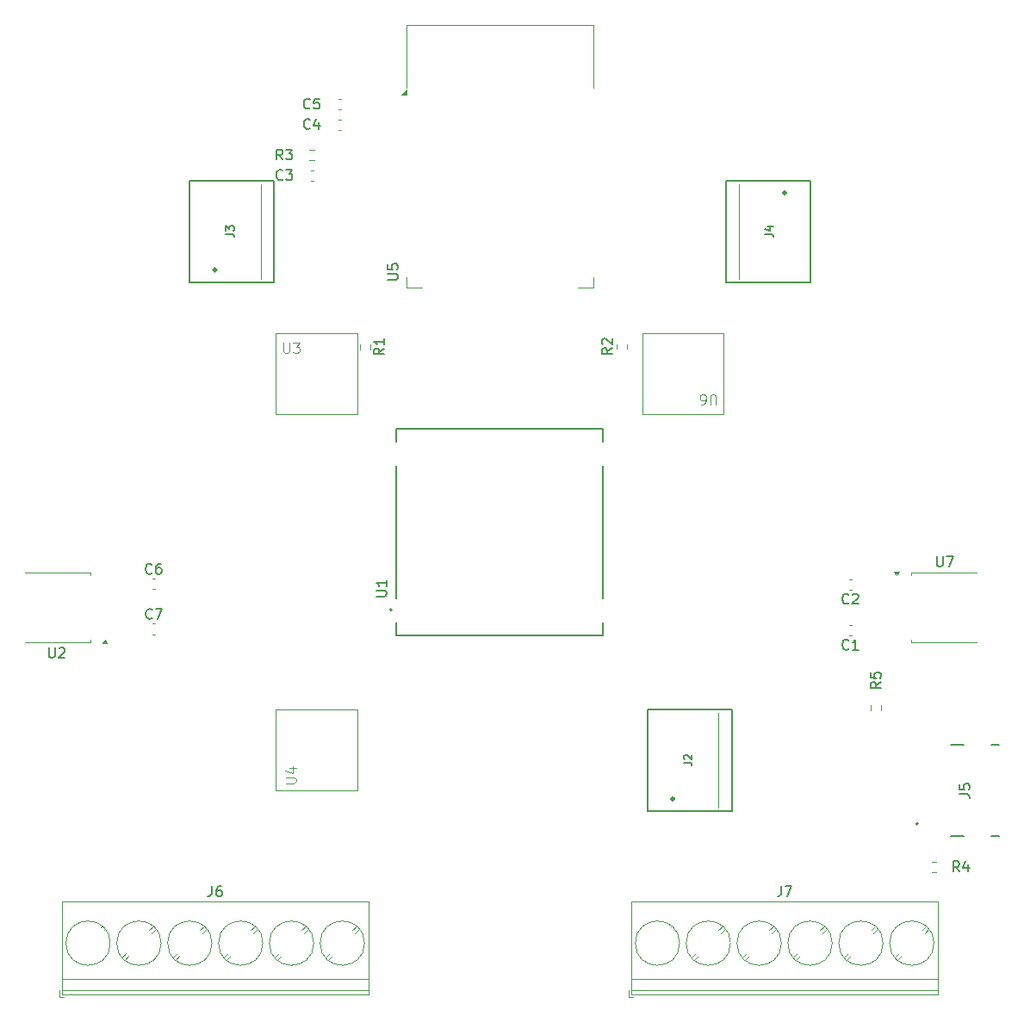
<source format=gbr>
%TF.GenerationSoftware,KiCad,Pcbnew,8.0.5*%
%TF.CreationDate,2024-11-07T23:04:13-05:00*%
%TF.ProjectId,LF02E1,4c463032-4531-42e6-9b69-6361645f7063,rev?*%
%TF.SameCoordinates,Original*%
%TF.FileFunction,Legend,Top*%
%TF.FilePolarity,Positive*%
%FSLAX46Y46*%
G04 Gerber Fmt 4.6, Leading zero omitted, Abs format (unit mm)*
G04 Created by KiCad (PCBNEW 8.0.5) date 2024-11-07 23:04:13*
%MOMM*%
%LPD*%
G01*
G04 APERTURE LIST*
%ADD10C,0.150000*%
%ADD11C,0.100000*%
%ADD12C,0.120000*%
%ADD13C,0.127000*%
%ADD14C,0.280000*%
%ADD15C,0.200000*%
G04 APERTURE END LIST*
D10*
X126158333Y-59854086D02*
X125825000Y-59377895D01*
X125586905Y-59854086D02*
X125586905Y-58854086D01*
X125586905Y-58854086D02*
X125967857Y-58854086D01*
X125967857Y-58854086D02*
X126063095Y-58901705D01*
X126063095Y-58901705D02*
X126110714Y-58949324D01*
X126110714Y-58949324D02*
X126158333Y-59044562D01*
X126158333Y-59044562D02*
X126158333Y-59187419D01*
X126158333Y-59187419D02*
X126110714Y-59282657D01*
X126110714Y-59282657D02*
X126063095Y-59330276D01*
X126063095Y-59330276D02*
X125967857Y-59377895D01*
X125967857Y-59377895D02*
X125586905Y-59377895D01*
X126491667Y-58854086D02*
X127110714Y-58854086D01*
X127110714Y-58854086D02*
X126777381Y-59235038D01*
X126777381Y-59235038D02*
X126920238Y-59235038D01*
X126920238Y-59235038D02*
X127015476Y-59282657D01*
X127015476Y-59282657D02*
X127063095Y-59330276D01*
X127063095Y-59330276D02*
X127110714Y-59425514D01*
X127110714Y-59425514D02*
X127110714Y-59663609D01*
X127110714Y-59663609D02*
X127063095Y-59758847D01*
X127063095Y-59758847D02*
X127015476Y-59806467D01*
X127015476Y-59806467D02*
X126920238Y-59854086D01*
X126920238Y-59854086D02*
X126634524Y-59854086D01*
X126634524Y-59854086D02*
X126539286Y-59806467D01*
X126539286Y-59806467D02*
X126491667Y-59758847D01*
X181798333Y-103448847D02*
X181750714Y-103496467D01*
X181750714Y-103496467D02*
X181607857Y-103544086D01*
X181607857Y-103544086D02*
X181512619Y-103544086D01*
X181512619Y-103544086D02*
X181369762Y-103496467D01*
X181369762Y-103496467D02*
X181274524Y-103401228D01*
X181274524Y-103401228D02*
X181226905Y-103305990D01*
X181226905Y-103305990D02*
X181179286Y-103115514D01*
X181179286Y-103115514D02*
X181179286Y-102972657D01*
X181179286Y-102972657D02*
X181226905Y-102782181D01*
X181226905Y-102782181D02*
X181274524Y-102686943D01*
X181274524Y-102686943D02*
X181369762Y-102591705D01*
X181369762Y-102591705D02*
X181512619Y-102544086D01*
X181512619Y-102544086D02*
X181607857Y-102544086D01*
X181607857Y-102544086D02*
X181750714Y-102591705D01*
X181750714Y-102591705D02*
X181798333Y-102639324D01*
X182179286Y-102639324D02*
X182226905Y-102591705D01*
X182226905Y-102591705D02*
X182322143Y-102544086D01*
X182322143Y-102544086D02*
X182560238Y-102544086D01*
X182560238Y-102544086D02*
X182655476Y-102591705D01*
X182655476Y-102591705D02*
X182703095Y-102639324D01*
X182703095Y-102639324D02*
X182750714Y-102734562D01*
X182750714Y-102734562D02*
X182750714Y-102829800D01*
X182750714Y-102829800D02*
X182703095Y-102972657D01*
X182703095Y-102972657D02*
X182131667Y-103544086D01*
X182131667Y-103544086D02*
X182750714Y-103544086D01*
X181798333Y-107948847D02*
X181750714Y-107996467D01*
X181750714Y-107996467D02*
X181607857Y-108044086D01*
X181607857Y-108044086D02*
X181512619Y-108044086D01*
X181512619Y-108044086D02*
X181369762Y-107996467D01*
X181369762Y-107996467D02*
X181274524Y-107901228D01*
X181274524Y-107901228D02*
X181226905Y-107805990D01*
X181226905Y-107805990D02*
X181179286Y-107615514D01*
X181179286Y-107615514D02*
X181179286Y-107472657D01*
X181179286Y-107472657D02*
X181226905Y-107282181D01*
X181226905Y-107282181D02*
X181274524Y-107186943D01*
X181274524Y-107186943D02*
X181369762Y-107091705D01*
X181369762Y-107091705D02*
X181512619Y-107044086D01*
X181512619Y-107044086D02*
X181607857Y-107044086D01*
X181607857Y-107044086D02*
X181750714Y-107091705D01*
X181750714Y-107091705D02*
X181798333Y-107139324D01*
X182750714Y-108044086D02*
X182179286Y-108044086D01*
X182465000Y-108044086D02*
X182465000Y-107044086D01*
X182465000Y-107044086D02*
X182369762Y-107186943D01*
X182369762Y-107186943D02*
X182274524Y-107282181D01*
X182274524Y-107282181D02*
X182179286Y-107329800D01*
D11*
X168761904Y-83941847D02*
X168761904Y-83132324D01*
X168761904Y-83132324D02*
X168714285Y-83037086D01*
X168714285Y-83037086D02*
X168666666Y-82989467D01*
X168666666Y-82989467D02*
X168571428Y-82941847D01*
X168571428Y-82941847D02*
X168380952Y-82941847D01*
X168380952Y-82941847D02*
X168285714Y-82989467D01*
X168285714Y-82989467D02*
X168238095Y-83037086D01*
X168238095Y-83037086D02*
X168190476Y-83132324D01*
X168190476Y-83132324D02*
X168190476Y-83941847D01*
X167285714Y-83941847D02*
X167476190Y-83941847D01*
X167476190Y-83941847D02*
X167571428Y-83894228D01*
X167571428Y-83894228D02*
X167619047Y-83846609D01*
X167619047Y-83846609D02*
X167714285Y-83703752D01*
X167714285Y-83703752D02*
X167761904Y-83513276D01*
X167761904Y-83513276D02*
X167761904Y-83132324D01*
X167761904Y-83132324D02*
X167714285Y-83037086D01*
X167714285Y-83037086D02*
X167666666Y-82989467D01*
X167666666Y-82989467D02*
X167571428Y-82941847D01*
X167571428Y-82941847D02*
X167380952Y-82941847D01*
X167380952Y-82941847D02*
X167285714Y-82989467D01*
X167285714Y-82989467D02*
X167238095Y-83037086D01*
X167238095Y-83037086D02*
X167190476Y-83132324D01*
X167190476Y-83132324D02*
X167190476Y-83370419D01*
X167190476Y-83370419D02*
X167238095Y-83465657D01*
X167238095Y-83465657D02*
X167285714Y-83513276D01*
X167285714Y-83513276D02*
X167380952Y-83560895D01*
X167380952Y-83560895D02*
X167571428Y-83560895D01*
X167571428Y-83560895D02*
X167666666Y-83513276D01*
X167666666Y-83513276D02*
X167714285Y-83465657D01*
X167714285Y-83465657D02*
X167761904Y-83370419D01*
D10*
X113319957Y-104930643D02*
X113272338Y-104978263D01*
X113272338Y-104978263D02*
X113129481Y-105025882D01*
X113129481Y-105025882D02*
X113034243Y-105025882D01*
X113034243Y-105025882D02*
X112891386Y-104978263D01*
X112891386Y-104978263D02*
X112796148Y-104883024D01*
X112796148Y-104883024D02*
X112748529Y-104787786D01*
X112748529Y-104787786D02*
X112700910Y-104597310D01*
X112700910Y-104597310D02*
X112700910Y-104454453D01*
X112700910Y-104454453D02*
X112748529Y-104263977D01*
X112748529Y-104263977D02*
X112796148Y-104168739D01*
X112796148Y-104168739D02*
X112891386Y-104073501D01*
X112891386Y-104073501D02*
X113034243Y-104025882D01*
X113034243Y-104025882D02*
X113129481Y-104025882D01*
X113129481Y-104025882D02*
X113272338Y-104073501D01*
X113272338Y-104073501D02*
X113319957Y-104121120D01*
X113653291Y-104025882D02*
X114319957Y-104025882D01*
X114319957Y-104025882D02*
X113891386Y-105025882D01*
X158524819Y-78390933D02*
X158048628Y-78724266D01*
X158524819Y-78962361D02*
X157524819Y-78962361D01*
X157524819Y-78962361D02*
X157524819Y-78581409D01*
X157524819Y-78581409D02*
X157572438Y-78486171D01*
X157572438Y-78486171D02*
X157620057Y-78438552D01*
X157620057Y-78438552D02*
X157715295Y-78390933D01*
X157715295Y-78390933D02*
X157858152Y-78390933D01*
X157858152Y-78390933D02*
X157953390Y-78438552D01*
X157953390Y-78438552D02*
X158001009Y-78486171D01*
X158001009Y-78486171D02*
X158048628Y-78581409D01*
X158048628Y-78581409D02*
X158048628Y-78962361D01*
X157620057Y-78009980D02*
X157572438Y-77962361D01*
X157572438Y-77962361D02*
X157524819Y-77867123D01*
X157524819Y-77867123D02*
X157524819Y-77629028D01*
X157524819Y-77629028D02*
X157572438Y-77533790D01*
X157572438Y-77533790D02*
X157620057Y-77486171D01*
X157620057Y-77486171D02*
X157715295Y-77438552D01*
X157715295Y-77438552D02*
X157810533Y-77438552D01*
X157810533Y-77438552D02*
X157953390Y-77486171D01*
X157953390Y-77486171D02*
X158524819Y-78057599D01*
X158524819Y-78057599D02*
X158524819Y-77438552D01*
X113300257Y-100498074D02*
X113252638Y-100545694D01*
X113252638Y-100545694D02*
X113109781Y-100593313D01*
X113109781Y-100593313D02*
X113014543Y-100593313D01*
X113014543Y-100593313D02*
X112871686Y-100545694D01*
X112871686Y-100545694D02*
X112776448Y-100450455D01*
X112776448Y-100450455D02*
X112728829Y-100355217D01*
X112728829Y-100355217D02*
X112681210Y-100164741D01*
X112681210Y-100164741D02*
X112681210Y-100021884D01*
X112681210Y-100021884D02*
X112728829Y-99831408D01*
X112728829Y-99831408D02*
X112776448Y-99736170D01*
X112776448Y-99736170D02*
X112871686Y-99640932D01*
X112871686Y-99640932D02*
X113014543Y-99593313D01*
X113014543Y-99593313D02*
X113109781Y-99593313D01*
X113109781Y-99593313D02*
X113252638Y-99640932D01*
X113252638Y-99640932D02*
X113300257Y-99688551D01*
X114157400Y-99593313D02*
X113966924Y-99593313D01*
X113966924Y-99593313D02*
X113871686Y-99640932D01*
X113871686Y-99640932D02*
X113824067Y-99688551D01*
X113824067Y-99688551D02*
X113728829Y-99831408D01*
X113728829Y-99831408D02*
X113681210Y-100021884D01*
X113681210Y-100021884D02*
X113681210Y-100402836D01*
X113681210Y-100402836D02*
X113728829Y-100498074D01*
X113728829Y-100498074D02*
X113776448Y-100545694D01*
X113776448Y-100545694D02*
X113871686Y-100593313D01*
X113871686Y-100593313D02*
X114062162Y-100593313D01*
X114062162Y-100593313D02*
X114157400Y-100545694D01*
X114157400Y-100545694D02*
X114205019Y-100498074D01*
X114205019Y-100498074D02*
X114252638Y-100402836D01*
X114252638Y-100402836D02*
X114252638Y-100164741D01*
X114252638Y-100164741D02*
X114205019Y-100069503D01*
X114205019Y-100069503D02*
X114157400Y-100021884D01*
X114157400Y-100021884D02*
X114062162Y-99974265D01*
X114062162Y-99974265D02*
X113871686Y-99974265D01*
X113871686Y-99974265D02*
X113776448Y-100021884D01*
X113776448Y-100021884D02*
X113728829Y-100069503D01*
X113728829Y-100069503D02*
X113681210Y-100164741D01*
X128833333Y-56758847D02*
X128785714Y-56806467D01*
X128785714Y-56806467D02*
X128642857Y-56854086D01*
X128642857Y-56854086D02*
X128547619Y-56854086D01*
X128547619Y-56854086D02*
X128404762Y-56806467D01*
X128404762Y-56806467D02*
X128309524Y-56711228D01*
X128309524Y-56711228D02*
X128261905Y-56615990D01*
X128261905Y-56615990D02*
X128214286Y-56425514D01*
X128214286Y-56425514D02*
X128214286Y-56282657D01*
X128214286Y-56282657D02*
X128261905Y-56092181D01*
X128261905Y-56092181D02*
X128309524Y-55996943D01*
X128309524Y-55996943D02*
X128404762Y-55901705D01*
X128404762Y-55901705D02*
X128547619Y-55854086D01*
X128547619Y-55854086D02*
X128642857Y-55854086D01*
X128642857Y-55854086D02*
X128785714Y-55901705D01*
X128785714Y-55901705D02*
X128833333Y-55949324D01*
X129690476Y-56187419D02*
X129690476Y-56854086D01*
X129452381Y-55806467D02*
X129214286Y-56520752D01*
X129214286Y-56520752D02*
X129833333Y-56520752D01*
X128833333Y-54758847D02*
X128785714Y-54806467D01*
X128785714Y-54806467D02*
X128642857Y-54854086D01*
X128642857Y-54854086D02*
X128547619Y-54854086D01*
X128547619Y-54854086D02*
X128404762Y-54806467D01*
X128404762Y-54806467D02*
X128309524Y-54711228D01*
X128309524Y-54711228D02*
X128261905Y-54615990D01*
X128261905Y-54615990D02*
X128214286Y-54425514D01*
X128214286Y-54425514D02*
X128214286Y-54282657D01*
X128214286Y-54282657D02*
X128261905Y-54092181D01*
X128261905Y-54092181D02*
X128309524Y-53996943D01*
X128309524Y-53996943D02*
X128404762Y-53901705D01*
X128404762Y-53901705D02*
X128547619Y-53854086D01*
X128547619Y-53854086D02*
X128642857Y-53854086D01*
X128642857Y-53854086D02*
X128785714Y-53901705D01*
X128785714Y-53901705D02*
X128833333Y-53949324D01*
X129738095Y-53854086D02*
X129261905Y-53854086D01*
X129261905Y-53854086D02*
X129214286Y-54330276D01*
X129214286Y-54330276D02*
X129261905Y-54282657D01*
X129261905Y-54282657D02*
X129357143Y-54235038D01*
X129357143Y-54235038D02*
X129595238Y-54235038D01*
X129595238Y-54235038D02*
X129690476Y-54282657D01*
X129690476Y-54282657D02*
X129738095Y-54330276D01*
X129738095Y-54330276D02*
X129785714Y-54425514D01*
X129785714Y-54425514D02*
X129785714Y-54663609D01*
X129785714Y-54663609D02*
X129738095Y-54758847D01*
X129738095Y-54758847D02*
X129690476Y-54806467D01*
X129690476Y-54806467D02*
X129595238Y-54854086D01*
X129595238Y-54854086D02*
X129357143Y-54854086D01*
X129357143Y-54854086D02*
X129261905Y-54806467D01*
X129261905Y-54806467D02*
X129214286Y-54758847D01*
X165569065Y-119161734D02*
X166131495Y-119161734D01*
X166131495Y-119161734D02*
X166243981Y-119199229D01*
X166243981Y-119199229D02*
X166318972Y-119274220D01*
X166318972Y-119274220D02*
X166356467Y-119386706D01*
X166356467Y-119386706D02*
X166356467Y-119461697D01*
X165644056Y-118824276D02*
X165606560Y-118786781D01*
X165606560Y-118786781D02*
X165569065Y-118711790D01*
X165569065Y-118711790D02*
X165569065Y-118524314D01*
X165569065Y-118524314D02*
X165606560Y-118449323D01*
X165606560Y-118449323D02*
X165644056Y-118411828D01*
X165644056Y-118411828D02*
X165719046Y-118374332D01*
X165719046Y-118374332D02*
X165794037Y-118374332D01*
X165794037Y-118374332D02*
X165906523Y-118411828D01*
X165906523Y-118411828D02*
X166356467Y-118861772D01*
X166356467Y-118861772D02*
X166356467Y-118374332D01*
X184954819Y-111215933D02*
X184478628Y-111549266D01*
X184954819Y-111787361D02*
X183954819Y-111787361D01*
X183954819Y-111787361D02*
X183954819Y-111406409D01*
X183954819Y-111406409D02*
X184002438Y-111311171D01*
X184002438Y-111311171D02*
X184050057Y-111263552D01*
X184050057Y-111263552D02*
X184145295Y-111215933D01*
X184145295Y-111215933D02*
X184288152Y-111215933D01*
X184288152Y-111215933D02*
X184383390Y-111263552D01*
X184383390Y-111263552D02*
X184431009Y-111311171D01*
X184431009Y-111311171D02*
X184478628Y-111406409D01*
X184478628Y-111406409D02*
X184478628Y-111787361D01*
X183954819Y-110311171D02*
X183954819Y-110787361D01*
X183954819Y-110787361D02*
X184431009Y-110834980D01*
X184431009Y-110834980D02*
X184383390Y-110787361D01*
X184383390Y-110787361D02*
X184335771Y-110692123D01*
X184335771Y-110692123D02*
X184335771Y-110454028D01*
X184335771Y-110454028D02*
X184383390Y-110358790D01*
X184383390Y-110358790D02*
X184431009Y-110311171D01*
X184431009Y-110311171D02*
X184526247Y-110263552D01*
X184526247Y-110263552D02*
X184764342Y-110263552D01*
X184764342Y-110263552D02*
X184859580Y-110311171D01*
X184859580Y-110311171D02*
X184907200Y-110358790D01*
X184907200Y-110358790D02*
X184954819Y-110454028D01*
X184954819Y-110454028D02*
X184954819Y-110692123D01*
X184954819Y-110692123D02*
X184907200Y-110787361D01*
X184907200Y-110787361D02*
X184859580Y-110834980D01*
X120569065Y-67161734D02*
X121131495Y-67161734D01*
X121131495Y-67161734D02*
X121243981Y-67199229D01*
X121243981Y-67199229D02*
X121318972Y-67274220D01*
X121318972Y-67274220D02*
X121356467Y-67386706D01*
X121356467Y-67386706D02*
X121356467Y-67461697D01*
X120569065Y-66861772D02*
X120569065Y-66374332D01*
X120569065Y-66374332D02*
X120869028Y-66636800D01*
X120869028Y-66636800D02*
X120869028Y-66524314D01*
X120869028Y-66524314D02*
X120906523Y-66449323D01*
X120906523Y-66449323D02*
X120944018Y-66411828D01*
X120944018Y-66411828D02*
X121019009Y-66374332D01*
X121019009Y-66374332D02*
X121206486Y-66374332D01*
X121206486Y-66374332D02*
X121281476Y-66411828D01*
X121281476Y-66411828D02*
X121318972Y-66449323D01*
X121318972Y-66449323D02*
X121356467Y-66524314D01*
X121356467Y-66524314D02*
X121356467Y-66749286D01*
X121356467Y-66749286D02*
X121318972Y-66824276D01*
X121318972Y-66824276D02*
X121281476Y-66861772D01*
X126158333Y-61758847D02*
X126110714Y-61806467D01*
X126110714Y-61806467D02*
X125967857Y-61854086D01*
X125967857Y-61854086D02*
X125872619Y-61854086D01*
X125872619Y-61854086D02*
X125729762Y-61806467D01*
X125729762Y-61806467D02*
X125634524Y-61711228D01*
X125634524Y-61711228D02*
X125586905Y-61615990D01*
X125586905Y-61615990D02*
X125539286Y-61425514D01*
X125539286Y-61425514D02*
X125539286Y-61282657D01*
X125539286Y-61282657D02*
X125586905Y-61092181D01*
X125586905Y-61092181D02*
X125634524Y-60996943D01*
X125634524Y-60996943D02*
X125729762Y-60901705D01*
X125729762Y-60901705D02*
X125872619Y-60854086D01*
X125872619Y-60854086D02*
X125967857Y-60854086D01*
X125967857Y-60854086D02*
X126110714Y-60901705D01*
X126110714Y-60901705D02*
X126158333Y-60949324D01*
X126491667Y-60854086D02*
X127110714Y-60854086D01*
X127110714Y-60854086D02*
X126777381Y-61235038D01*
X126777381Y-61235038D02*
X126920238Y-61235038D01*
X126920238Y-61235038D02*
X127015476Y-61282657D01*
X127015476Y-61282657D02*
X127063095Y-61330276D01*
X127063095Y-61330276D02*
X127110714Y-61425514D01*
X127110714Y-61425514D02*
X127110714Y-61663609D01*
X127110714Y-61663609D02*
X127063095Y-61758847D01*
X127063095Y-61758847D02*
X127015476Y-61806467D01*
X127015476Y-61806467D02*
X126920238Y-61854086D01*
X126920238Y-61854086D02*
X126634524Y-61854086D01*
X126634524Y-61854086D02*
X126539286Y-61806467D01*
X126539286Y-61806467D02*
X126491667Y-61758847D01*
X136134819Y-78415933D02*
X135658628Y-78749266D01*
X136134819Y-78987361D02*
X135134819Y-78987361D01*
X135134819Y-78987361D02*
X135134819Y-78606409D01*
X135134819Y-78606409D02*
X135182438Y-78511171D01*
X135182438Y-78511171D02*
X135230057Y-78463552D01*
X135230057Y-78463552D02*
X135325295Y-78415933D01*
X135325295Y-78415933D02*
X135468152Y-78415933D01*
X135468152Y-78415933D02*
X135563390Y-78463552D01*
X135563390Y-78463552D02*
X135611009Y-78511171D01*
X135611009Y-78511171D02*
X135658628Y-78606409D01*
X135658628Y-78606409D02*
X135658628Y-78987361D01*
X136134819Y-77463552D02*
X136134819Y-78034980D01*
X136134819Y-77749266D02*
X135134819Y-77749266D01*
X135134819Y-77749266D02*
X135277676Y-77844504D01*
X135277676Y-77844504D02*
X135372914Y-77939742D01*
X135372914Y-77939742D02*
X135420533Y-78034980D01*
X192704819Y-122232600D02*
X193419104Y-122232600D01*
X193419104Y-122232600D02*
X193561961Y-122280219D01*
X193561961Y-122280219D02*
X193657200Y-122375457D01*
X193657200Y-122375457D02*
X193704819Y-122518314D01*
X193704819Y-122518314D02*
X193704819Y-122613552D01*
X192704819Y-121280219D02*
X192704819Y-121756409D01*
X192704819Y-121756409D02*
X193181009Y-121804028D01*
X193181009Y-121804028D02*
X193133390Y-121756409D01*
X193133390Y-121756409D02*
X193085771Y-121661171D01*
X193085771Y-121661171D02*
X193085771Y-121423076D01*
X193085771Y-121423076D02*
X193133390Y-121327838D01*
X193133390Y-121327838D02*
X193181009Y-121280219D01*
X193181009Y-121280219D02*
X193276247Y-121232600D01*
X193276247Y-121232600D02*
X193514342Y-121232600D01*
X193514342Y-121232600D02*
X193609580Y-121280219D01*
X193609580Y-121280219D02*
X193657200Y-121327838D01*
X193657200Y-121327838D02*
X193704819Y-121423076D01*
X193704819Y-121423076D02*
X193704819Y-121661171D01*
X193704819Y-121661171D02*
X193657200Y-121756409D01*
X193657200Y-121756409D02*
X193609580Y-121804028D01*
D11*
X126457419Y-121161171D02*
X127266942Y-121161171D01*
X127266942Y-121161171D02*
X127362180Y-121113552D01*
X127362180Y-121113552D02*
X127409800Y-121065933D01*
X127409800Y-121065933D02*
X127457419Y-120970695D01*
X127457419Y-120970695D02*
X127457419Y-120780219D01*
X127457419Y-120780219D02*
X127409800Y-120684981D01*
X127409800Y-120684981D02*
X127362180Y-120637362D01*
X127362180Y-120637362D02*
X127266942Y-120589743D01*
X127266942Y-120589743D02*
X126457419Y-120589743D01*
X126790752Y-119684981D02*
X127457419Y-119684981D01*
X126409800Y-119923076D02*
X127124085Y-120161171D01*
X127124085Y-120161171D02*
X127124085Y-119542124D01*
D10*
X192683333Y-129854086D02*
X192350000Y-129377895D01*
X192111905Y-129854086D02*
X192111905Y-128854086D01*
X192111905Y-128854086D02*
X192492857Y-128854086D01*
X192492857Y-128854086D02*
X192588095Y-128901705D01*
X192588095Y-128901705D02*
X192635714Y-128949324D01*
X192635714Y-128949324D02*
X192683333Y-129044562D01*
X192683333Y-129044562D02*
X192683333Y-129187419D01*
X192683333Y-129187419D02*
X192635714Y-129282657D01*
X192635714Y-129282657D02*
X192588095Y-129330276D01*
X192588095Y-129330276D02*
X192492857Y-129377895D01*
X192492857Y-129377895D02*
X192111905Y-129377895D01*
X193540476Y-129187419D02*
X193540476Y-129854086D01*
X193302381Y-128806467D02*
X193064286Y-129520752D01*
X193064286Y-129520752D02*
X193683333Y-129520752D01*
D11*
X126238095Y-77856686D02*
X126238095Y-78666209D01*
X126238095Y-78666209D02*
X126285714Y-78761447D01*
X126285714Y-78761447D02*
X126333333Y-78809067D01*
X126333333Y-78809067D02*
X126428571Y-78856686D01*
X126428571Y-78856686D02*
X126619047Y-78856686D01*
X126619047Y-78856686D02*
X126714285Y-78809067D01*
X126714285Y-78809067D02*
X126761904Y-78761447D01*
X126761904Y-78761447D02*
X126809523Y-78666209D01*
X126809523Y-78666209D02*
X126809523Y-77856686D01*
X127190476Y-77856686D02*
X127809523Y-77856686D01*
X127809523Y-77856686D02*
X127476190Y-78237638D01*
X127476190Y-78237638D02*
X127619047Y-78237638D01*
X127619047Y-78237638D02*
X127714285Y-78285257D01*
X127714285Y-78285257D02*
X127761904Y-78332876D01*
X127761904Y-78332876D02*
X127809523Y-78428114D01*
X127809523Y-78428114D02*
X127809523Y-78666209D01*
X127809523Y-78666209D02*
X127761904Y-78761447D01*
X127761904Y-78761447D02*
X127714285Y-78809067D01*
X127714285Y-78809067D02*
X127619047Y-78856686D01*
X127619047Y-78856686D02*
X127333333Y-78856686D01*
X127333333Y-78856686D02*
X127238095Y-78809067D01*
X127238095Y-78809067D02*
X127190476Y-78761447D01*
D10*
X175166666Y-131294086D02*
X175166666Y-132008371D01*
X175166666Y-132008371D02*
X175119047Y-132151228D01*
X175119047Y-132151228D02*
X175023809Y-132246467D01*
X175023809Y-132246467D02*
X174880952Y-132294086D01*
X174880952Y-132294086D02*
X174785714Y-132294086D01*
X175547619Y-131294086D02*
X176214285Y-131294086D01*
X176214285Y-131294086D02*
X175785714Y-132294086D01*
X136473686Y-71668801D02*
X137283209Y-71668801D01*
X137283209Y-71668801D02*
X137378447Y-71621182D01*
X137378447Y-71621182D02*
X137426067Y-71573563D01*
X137426067Y-71573563D02*
X137473686Y-71478325D01*
X137473686Y-71478325D02*
X137473686Y-71287849D01*
X137473686Y-71287849D02*
X137426067Y-71192611D01*
X137426067Y-71192611D02*
X137378447Y-71144992D01*
X137378447Y-71144992D02*
X137283209Y-71097373D01*
X137283209Y-71097373D02*
X136473686Y-71097373D01*
X136473686Y-70144992D02*
X136473686Y-70621182D01*
X136473686Y-70621182D02*
X136949876Y-70668801D01*
X136949876Y-70668801D02*
X136902257Y-70621182D01*
X136902257Y-70621182D02*
X136854638Y-70525944D01*
X136854638Y-70525944D02*
X136854638Y-70287849D01*
X136854638Y-70287849D02*
X136902257Y-70192611D01*
X136902257Y-70192611D02*
X136949876Y-70144992D01*
X136949876Y-70144992D02*
X137045114Y-70097373D01*
X137045114Y-70097373D02*
X137283209Y-70097373D01*
X137283209Y-70097373D02*
X137378447Y-70144992D01*
X137378447Y-70144992D02*
X137426067Y-70192611D01*
X137426067Y-70192611D02*
X137473686Y-70287849D01*
X137473686Y-70287849D02*
X137473686Y-70525944D01*
X137473686Y-70525944D02*
X137426067Y-70621182D01*
X137426067Y-70621182D02*
X137378447Y-70668801D01*
X173569065Y-67161734D02*
X174131495Y-67161734D01*
X174131495Y-67161734D02*
X174243981Y-67199229D01*
X174243981Y-67199229D02*
X174318972Y-67274220D01*
X174318972Y-67274220D02*
X174356467Y-67386706D01*
X174356467Y-67386706D02*
X174356467Y-67461697D01*
X173831532Y-66449323D02*
X174356467Y-66449323D01*
X173531570Y-66636800D02*
X174094000Y-66824276D01*
X174094000Y-66824276D02*
X174094000Y-66336837D01*
X135353023Y-102789163D02*
X136162546Y-102789163D01*
X136162546Y-102789163D02*
X136257784Y-102741544D01*
X136257784Y-102741544D02*
X136305404Y-102693925D01*
X136305404Y-102693925D02*
X136353023Y-102598687D01*
X136353023Y-102598687D02*
X136353023Y-102408211D01*
X136353023Y-102408211D02*
X136305404Y-102312973D01*
X136305404Y-102312973D02*
X136257784Y-102265354D01*
X136257784Y-102265354D02*
X136162546Y-102217735D01*
X136162546Y-102217735D02*
X135353023Y-102217735D01*
X136353023Y-101217735D02*
X136353023Y-101789163D01*
X136353023Y-101503449D02*
X135353023Y-101503449D01*
X135353023Y-101503449D02*
X135495880Y-101598687D01*
X135495880Y-101598687D02*
X135591118Y-101693925D01*
X135591118Y-101693925D02*
X135638737Y-101789163D01*
X119191666Y-131294086D02*
X119191666Y-132008371D01*
X119191666Y-132008371D02*
X119144047Y-132151228D01*
X119144047Y-132151228D02*
X119048809Y-132246467D01*
X119048809Y-132246467D02*
X118905952Y-132294086D01*
X118905952Y-132294086D02*
X118810714Y-132294086D01*
X120096428Y-131294086D02*
X119905952Y-131294086D01*
X119905952Y-131294086D02*
X119810714Y-131341705D01*
X119810714Y-131341705D02*
X119763095Y-131389324D01*
X119763095Y-131389324D02*
X119667857Y-131532181D01*
X119667857Y-131532181D02*
X119620238Y-131722657D01*
X119620238Y-131722657D02*
X119620238Y-132103609D01*
X119620238Y-132103609D02*
X119667857Y-132198847D01*
X119667857Y-132198847D02*
X119715476Y-132246467D01*
X119715476Y-132246467D02*
X119810714Y-132294086D01*
X119810714Y-132294086D02*
X120001190Y-132294086D01*
X120001190Y-132294086D02*
X120096428Y-132246467D01*
X120096428Y-132246467D02*
X120144047Y-132198847D01*
X120144047Y-132198847D02*
X120191666Y-132103609D01*
X120191666Y-132103609D02*
X120191666Y-131865514D01*
X120191666Y-131865514D02*
X120144047Y-131770276D01*
X120144047Y-131770276D02*
X120096428Y-131722657D01*
X120096428Y-131722657D02*
X120001190Y-131675038D01*
X120001190Y-131675038D02*
X119810714Y-131675038D01*
X119810714Y-131675038D02*
X119715476Y-131722657D01*
X119715476Y-131722657D02*
X119667857Y-131770276D01*
X119667857Y-131770276D02*
X119620238Y-131865514D01*
X190478095Y-98854086D02*
X190478095Y-99663609D01*
X190478095Y-99663609D02*
X190525714Y-99758847D01*
X190525714Y-99758847D02*
X190573333Y-99806467D01*
X190573333Y-99806467D02*
X190668571Y-99854086D01*
X190668571Y-99854086D02*
X190859047Y-99854086D01*
X190859047Y-99854086D02*
X190954285Y-99806467D01*
X190954285Y-99806467D02*
X191001904Y-99758847D01*
X191001904Y-99758847D02*
X191049523Y-99663609D01*
X191049523Y-99663609D02*
X191049523Y-98854086D01*
X191430476Y-98854086D02*
X192097142Y-98854086D01*
X192097142Y-98854086D02*
X191668571Y-99854086D01*
X103173095Y-107829086D02*
X103173095Y-108638609D01*
X103173095Y-108638609D02*
X103220714Y-108733847D01*
X103220714Y-108733847D02*
X103268333Y-108781467D01*
X103268333Y-108781467D02*
X103363571Y-108829086D01*
X103363571Y-108829086D02*
X103554047Y-108829086D01*
X103554047Y-108829086D02*
X103649285Y-108781467D01*
X103649285Y-108781467D02*
X103696904Y-108733847D01*
X103696904Y-108733847D02*
X103744523Y-108638609D01*
X103744523Y-108638609D02*
X103744523Y-107829086D01*
X104173095Y-107924324D02*
X104220714Y-107876705D01*
X104220714Y-107876705D02*
X104315952Y-107829086D01*
X104315952Y-107829086D02*
X104554047Y-107829086D01*
X104554047Y-107829086D02*
X104649285Y-107876705D01*
X104649285Y-107876705D02*
X104696904Y-107924324D01*
X104696904Y-107924324D02*
X104744523Y-108019562D01*
X104744523Y-108019562D02*
X104744523Y-108114800D01*
X104744523Y-108114800D02*
X104696904Y-108257657D01*
X104696904Y-108257657D02*
X104125476Y-108829086D01*
X104125476Y-108829086D02*
X104744523Y-108829086D01*
D12*
%TO.C,R3*%
X128762742Y-58876767D02*
X129237258Y-58876767D01*
X128762742Y-59921767D02*
X129237258Y-59921767D01*
%TO.C,C2*%
X182105580Y-101149267D02*
X181824420Y-101149267D01*
X182105580Y-102169267D02*
X181824420Y-102169267D01*
%TO.C,C1*%
X182105580Y-105649267D02*
X181824420Y-105649267D01*
X182105580Y-106669267D02*
X181824420Y-106669267D01*
%TO.C,U6*%
D11*
X169500000Y-84899267D02*
X161500000Y-84899267D01*
X161500000Y-76899267D01*
X169500000Y-76899267D01*
X169500000Y-84899267D01*
D12*
%TO.C,C7*%
X113346044Y-105491063D02*
X113627204Y-105491063D01*
X113346044Y-106511063D02*
X113627204Y-106511063D01*
%TO.C,R2*%
X158977500Y-78461525D02*
X158977500Y-77987009D01*
X160022500Y-78461525D02*
X160022500Y-77987009D01*
%TO.C,C6*%
X113326344Y-101058494D02*
X113607504Y-101058494D01*
X113326344Y-102078494D02*
X113607504Y-102078494D01*
%TO.C,C4*%
X131915580Y-55889267D02*
X131634420Y-55889267D01*
X131915580Y-56909267D02*
X131634420Y-56909267D01*
%TO.C,C5*%
X131915580Y-53889267D02*
X131634420Y-53889267D01*
X131915580Y-54909267D02*
X131634420Y-54909267D01*
D13*
%TO.C,J2*%
X162000000Y-113899267D02*
X170300000Y-113899267D01*
X162000000Y-123899267D02*
X162000000Y-113899267D01*
D11*
X169000000Y-123549267D02*
X169000000Y-114249267D01*
D13*
X170300000Y-113899267D02*
X170300000Y-123899267D01*
X170300000Y-123899267D02*
X162000000Y-123899267D01*
D14*
X164640000Y-122699267D02*
G75*
G02*
X164360000Y-122699267I-140000J0D01*
G01*
X164360000Y-122699267D02*
G75*
G02*
X164640000Y-122699267I140000J0D01*
G01*
D12*
%TO.C,R5*%
X183977500Y-113487009D02*
X183977500Y-113961525D01*
X185022500Y-113487009D02*
X185022500Y-113961525D01*
D13*
%TO.C,J3*%
X117000000Y-61899267D02*
X125300000Y-61899267D01*
X117000000Y-71899267D02*
X117000000Y-61899267D01*
D11*
X124000000Y-71549267D02*
X124000000Y-62249267D01*
D13*
X125300000Y-61899267D02*
X125300000Y-71899267D01*
X125300000Y-71899267D02*
X117000000Y-71899267D01*
D14*
X119640000Y-70699267D02*
G75*
G02*
X119360000Y-70699267I-140000J0D01*
G01*
X119360000Y-70699267D02*
G75*
G02*
X119640000Y-70699267I140000J0D01*
G01*
D12*
%TO.C,C3*%
X128909420Y-60889267D02*
X129190580Y-60889267D01*
X128909420Y-61909267D02*
X129190580Y-61909267D01*
%TO.C,R1*%
X133727500Y-78012009D02*
X133727500Y-78486525D01*
X134772500Y-78012009D02*
X134772500Y-78486525D01*
D15*
%TO.C,J5*%
X191850000Y-117429267D02*
X193100000Y-117429267D01*
X191850000Y-126369267D02*
X193100000Y-126369267D01*
X195820000Y-126369267D02*
X196570000Y-126369267D01*
X196570000Y-117429267D02*
X195820000Y-117429267D01*
X188600000Y-125149267D02*
G75*
G02*
X188400000Y-125149267I-100000J0D01*
G01*
X188400000Y-125149267D02*
G75*
G02*
X188600000Y-125149267I100000J0D01*
G01*
%TO.C,U4*%
D11*
X125500000Y-121899267D02*
X133500000Y-121899267D01*
X133500000Y-113899267D01*
X125500000Y-113899267D01*
X125500000Y-121899267D01*
D12*
%TO.C,R4*%
X190412258Y-128876767D02*
X189937742Y-128876767D01*
X190412258Y-129921767D02*
X189937742Y-129921767D01*
%TO.C,U3*%
D11*
X125500000Y-76899267D02*
X133500000Y-76899267D01*
X133500000Y-84899267D01*
X125500000Y-84899267D01*
X125500000Y-76899267D01*
D12*
%TO.C,J7*%
X160200000Y-141559267D02*
X160200000Y-142199267D01*
X160200000Y-142199267D02*
X160600000Y-142199267D01*
X160440000Y-132839267D02*
X160440000Y-141959267D01*
X160440000Y-132839267D02*
X190560000Y-132839267D01*
X160440000Y-140399267D02*
X190560000Y-140399267D01*
X160440000Y-141499267D02*
X190560000Y-141499267D01*
X160440000Y-141959267D02*
X190560000Y-141959267D01*
X161452000Y-138180267D02*
X161346000Y-138287267D01*
X161718000Y-138446267D02*
X161612000Y-138553267D01*
X164388000Y-135245267D02*
X164281000Y-135352267D01*
X164654000Y-135511267D02*
X164547000Y-135618267D01*
X166742000Y-137891267D02*
X166347000Y-138287267D01*
X166993000Y-138173267D02*
X166613000Y-138553267D01*
X169388000Y-135245267D02*
X169008000Y-135625267D01*
X169654000Y-135511267D02*
X169259000Y-135907267D01*
X171742000Y-137891267D02*
X171347000Y-138287267D01*
X171993000Y-138173267D02*
X171613000Y-138553267D01*
X174388000Y-135245267D02*
X174008000Y-135625267D01*
X174654000Y-135511267D02*
X174259000Y-135907267D01*
X176742000Y-137891267D02*
X176347000Y-138287267D01*
X176993000Y-138173267D02*
X176613000Y-138553267D01*
X179388000Y-135245267D02*
X179008000Y-135625267D01*
X179654000Y-135511267D02*
X179259000Y-135907267D01*
X181742000Y-137891267D02*
X181347000Y-138287267D01*
X181993000Y-138173267D02*
X181613000Y-138553267D01*
X184388000Y-135245267D02*
X184008000Y-135625267D01*
X184654000Y-135511267D02*
X184259000Y-135907267D01*
X186742000Y-137891267D02*
X186347000Y-138287267D01*
X186993000Y-138173267D02*
X186613000Y-138553267D01*
X189388000Y-135245267D02*
X189008000Y-135625267D01*
X189654000Y-135511267D02*
X189259000Y-135907267D01*
X190560000Y-132839267D02*
X190560000Y-141959267D01*
X165180000Y-136899267D02*
G75*
G02*
X160820000Y-136899267I-2180000J0D01*
G01*
X160820000Y-136899267D02*
G75*
G02*
X165180000Y-136899267I2180000J0D01*
G01*
X170180000Y-136899267D02*
G75*
G02*
X165820000Y-136899267I-2180000J0D01*
G01*
X165820000Y-136899267D02*
G75*
G02*
X170180000Y-136899267I2180000J0D01*
G01*
X175180000Y-136899267D02*
G75*
G02*
X170820000Y-136899267I-2180000J0D01*
G01*
X170820000Y-136899267D02*
G75*
G02*
X175180000Y-136899267I2180000J0D01*
G01*
X180180000Y-136899267D02*
G75*
G02*
X175820000Y-136899267I-2180000J0D01*
G01*
X175820000Y-136899267D02*
G75*
G02*
X180180000Y-136899267I2180000J0D01*
G01*
X185180000Y-136899267D02*
G75*
G02*
X180820000Y-136899267I-2180000J0D01*
G01*
X180820000Y-136899267D02*
G75*
G02*
X185180000Y-136899267I2180000J0D01*
G01*
X190180000Y-136899267D02*
G75*
G02*
X185820000Y-136899267I-2180000J0D01*
G01*
X185820000Y-136899267D02*
G75*
G02*
X190180000Y-136899267I2180000J0D01*
G01*
%TO.C,U5*%
X138318867Y-46606897D02*
X138318867Y-52806897D01*
X138318867Y-46606897D02*
X156718867Y-46606897D01*
X138318867Y-71456897D02*
X138318867Y-72456897D01*
X138318867Y-72456897D02*
X139818867Y-72456897D01*
X156718867Y-46606897D02*
X156718867Y-52806897D01*
X156718867Y-72456897D02*
X155218867Y-72456897D01*
X156718867Y-72456897D02*
X156718867Y-71456897D01*
X138318867Y-53481897D02*
X137818867Y-53481897D01*
X138318867Y-52981897D01*
X138318867Y-53481897D01*
G36*
X138318867Y-53481897D02*
G01*
X137818867Y-53481897D01*
X138318867Y-52981897D01*
X138318867Y-53481897D01*
G37*
D13*
%TO.C,J4*%
X169700000Y-61899267D02*
X178000000Y-61899267D01*
X169700000Y-71899267D02*
X169700000Y-61899267D01*
D11*
X171000000Y-62249267D02*
X171000000Y-71549267D01*
D13*
X178000000Y-61899267D02*
X178000000Y-71899267D01*
X178000000Y-71899267D02*
X169700000Y-71899267D01*
D14*
X175640000Y-63099267D02*
G75*
G02*
X175360000Y-63099267I-140000J0D01*
G01*
X175360000Y-63099267D02*
G75*
G02*
X175640000Y-63099267I140000J0D01*
G01*
D13*
%TO.C,U1*%
X137351404Y-87604059D02*
X137351404Y-86334059D01*
X137351404Y-102994059D02*
X137351404Y-89994059D01*
X137351404Y-105384059D02*
X137351404Y-106654059D01*
X137351404Y-106654059D02*
X157671404Y-106654059D01*
X157671404Y-86334059D02*
X137351404Y-86334059D01*
X157671404Y-87604059D02*
X157671404Y-86334059D01*
X157671404Y-102994059D02*
X157671404Y-89994059D01*
X157671404Y-105384059D02*
X157671404Y-106654059D01*
D15*
X136883204Y-104114059D02*
G75*
G02*
X136683204Y-104114059I-100000J0D01*
G01*
X136683204Y-104114059D02*
G75*
G02*
X136883204Y-104114059I100000J0D01*
G01*
D12*
%TO.C,J6*%
X104225000Y-141559267D02*
X104225000Y-142199267D01*
X104225000Y-142199267D02*
X104625000Y-142199267D01*
X104465000Y-132839267D02*
X104465000Y-141959267D01*
X104465000Y-132839267D02*
X134585000Y-132839267D01*
X104465000Y-140399267D02*
X134585000Y-140399267D01*
X104465000Y-141499267D02*
X134585000Y-141499267D01*
X104465000Y-141959267D02*
X134585000Y-141959267D01*
X105477000Y-138180267D02*
X105371000Y-138287267D01*
X105743000Y-138446267D02*
X105637000Y-138553267D01*
X108413000Y-135245267D02*
X108306000Y-135352267D01*
X108679000Y-135511267D02*
X108572000Y-135618267D01*
X110767000Y-137891267D02*
X110372000Y-138287267D01*
X111018000Y-138173267D02*
X110638000Y-138553267D01*
X113413000Y-135245267D02*
X113033000Y-135625267D01*
X113679000Y-135511267D02*
X113284000Y-135907267D01*
X115767000Y-137891267D02*
X115372000Y-138287267D01*
X116018000Y-138173267D02*
X115638000Y-138553267D01*
X118413000Y-135245267D02*
X118033000Y-135625267D01*
X118679000Y-135511267D02*
X118284000Y-135907267D01*
X120767000Y-137891267D02*
X120372000Y-138287267D01*
X121018000Y-138173267D02*
X120638000Y-138553267D01*
X123413000Y-135245267D02*
X123033000Y-135625267D01*
X123679000Y-135511267D02*
X123284000Y-135907267D01*
X125767000Y-137891267D02*
X125372000Y-138287267D01*
X126018000Y-138173267D02*
X125638000Y-138553267D01*
X128413000Y-135245267D02*
X128033000Y-135625267D01*
X128679000Y-135511267D02*
X128284000Y-135907267D01*
X130767000Y-137891267D02*
X130372000Y-138287267D01*
X131018000Y-138173267D02*
X130638000Y-138553267D01*
X133413000Y-135245267D02*
X133033000Y-135625267D01*
X133679000Y-135511267D02*
X133284000Y-135907267D01*
X134585000Y-132839267D02*
X134585000Y-141959267D01*
X109205000Y-136899267D02*
G75*
G02*
X104845000Y-136899267I-2180000J0D01*
G01*
X104845000Y-136899267D02*
G75*
G02*
X109205000Y-136899267I2180000J0D01*
G01*
X114205000Y-136899267D02*
G75*
G02*
X109845000Y-136899267I-2180000J0D01*
G01*
X109845000Y-136899267D02*
G75*
G02*
X114205000Y-136899267I2180000J0D01*
G01*
X119205000Y-136899267D02*
G75*
G02*
X114845000Y-136899267I-2180000J0D01*
G01*
X114845000Y-136899267D02*
G75*
G02*
X119205000Y-136899267I2180000J0D01*
G01*
X124205000Y-136899267D02*
G75*
G02*
X119845000Y-136899267I-2180000J0D01*
G01*
X119845000Y-136899267D02*
G75*
G02*
X124205000Y-136899267I2180000J0D01*
G01*
X129205000Y-136899267D02*
G75*
G02*
X124845000Y-136899267I-2180000J0D01*
G01*
X124845000Y-136899267D02*
G75*
G02*
X129205000Y-136899267I2180000J0D01*
G01*
X134205000Y-136899267D02*
G75*
G02*
X129845000Y-136899267I-2180000J0D01*
G01*
X129845000Y-136899267D02*
G75*
G02*
X134205000Y-136899267I2180000J0D01*
G01*
%TO.C,U7*%
X187930000Y-100449267D02*
X187930000Y-100719267D01*
X187930000Y-107349267D02*
X187930000Y-107079267D01*
X194350000Y-100449267D02*
X187930000Y-100449267D01*
X194350000Y-107349267D02*
X187930000Y-107349267D01*
X186515000Y-100739267D02*
X186275000Y-100409267D01*
X186755000Y-100409267D01*
X186515000Y-100739267D01*
G36*
X186515000Y-100739267D02*
G01*
X186275000Y-100409267D01*
X186755000Y-100409267D01*
X186515000Y-100739267D01*
G37*
%TO.C,U2*%
X100825000Y-100424267D02*
X107245000Y-100424267D01*
X100825000Y-107324267D02*
X107245000Y-107324267D01*
X107245000Y-100424267D02*
X107245000Y-100694267D01*
X107245000Y-107324267D02*
X107245000Y-107054267D01*
X108900000Y-107364267D02*
X108420000Y-107364267D01*
X108660000Y-107034267D01*
X108900000Y-107364267D01*
G36*
X108900000Y-107364267D02*
G01*
X108420000Y-107364267D01*
X108660000Y-107034267D01*
X108900000Y-107364267D01*
G37*
%TD*%
M02*

</source>
